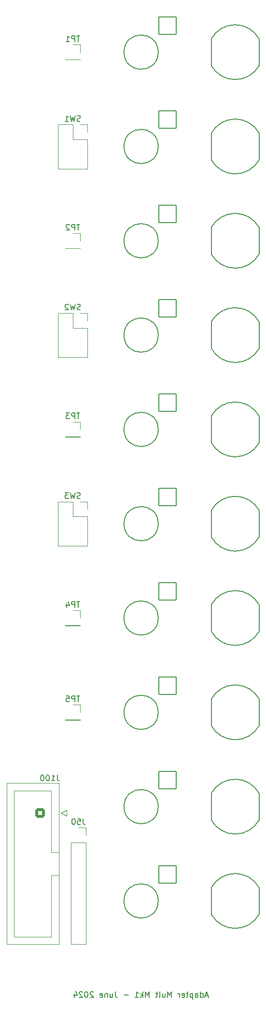
<source format=gbo>
G04 #@! TF.GenerationSoftware,KiCad,Pcbnew,8.0.3*
G04 #@! TF.CreationDate,2024-06-29T16:07:53+02:00*
G04 #@! TF.ProjectId,DMH_Adapter_Mult_PCB,444d485f-4164-4617-9074-65725f4d756c,1*
G04 #@! TF.SameCoordinates,Original*
G04 #@! TF.FileFunction,Legend,Bot*
G04 #@! TF.FilePolarity,Positive*
%FSLAX46Y46*%
G04 Gerber Fmt 4.6, Leading zero omitted, Abs format (unit mm)*
G04 Created by KiCad (PCBNEW 8.0.3) date 2024-06-29 16:07:53*
%MOMM*%
%LPD*%
G01*
G04 APERTURE LIST*
G04 Aperture macros list*
%AMRoundRect*
0 Rectangle with rounded corners*
0 $1 Rounding radius*
0 $2 $3 $4 $5 $6 $7 $8 $9 X,Y pos of 4 corners*
0 Add a 4 corners polygon primitive as box body*
4,1,4,$2,$3,$4,$5,$6,$7,$8,$9,$2,$3,0*
0 Add four circle primitives for the rounded corners*
1,1,$1+$1,$2,$3*
1,1,$1+$1,$4,$5*
1,1,$1+$1,$6,$7*
1,1,$1+$1,$8,$9*
0 Add four rect primitives between the rounded corners*
20,1,$1+$1,$2,$3,$4,$5,0*
20,1,$1+$1,$4,$5,$6,$7,0*
20,1,$1+$1,$6,$7,$8,$9,0*
20,1,$1+$1,$8,$9,$2,$3,0*%
%AMHorizOval*
0 Thick line with rounded ends*
0 $1 width*
0 $2 $3 position (X,Y) of the first rounded end (center of the circle)*
0 $4 $5 position (X,Y) of the second rounded end (center of the circle)*
0 Add line between two ends*
20,1,$1,$2,$3,$4,$5,0*
0 Add two circle primitives to create the rounded ends*
1,1,$1,$2,$3*
1,1,$1,$4,$5*%
G04 Aperture macros list end*
%ADD10C,0.150000*%
%ADD11C,0.120000*%
%ADD12RoundRect,0.102000X1.500000X-1.500000X1.500000X1.500000X-1.500000X1.500000X-1.500000X-1.500000X0*%
%ADD13C,3.204000*%
%ADD14C,2.304000*%
%ADD15HorizOval,1.712000X-0.533159X0.533159X0.533159X-0.533159X0*%
%ADD16O,3.220000X1.712000*%
%ADD17O,1.712000X3.220000*%
%ADD18R,1.700000X1.700000*%
%ADD19O,1.700000X1.700000*%
%ADD20RoundRect,0.250000X0.600000X0.600000X-0.600000X0.600000X-0.600000X-0.600000X0.600000X-0.600000X0*%
%ADD21C,1.700000*%
G04 APERTURE END LIST*
D10*
X84260715Y-218069104D02*
X83784525Y-218069104D01*
X84355953Y-218354819D02*
X84022620Y-217354819D01*
X84022620Y-217354819D02*
X83689287Y-218354819D01*
X82927382Y-218354819D02*
X82927382Y-217354819D01*
X82927382Y-218307200D02*
X83022620Y-218354819D01*
X83022620Y-218354819D02*
X83213096Y-218354819D01*
X83213096Y-218354819D02*
X83308334Y-218307200D01*
X83308334Y-218307200D02*
X83355953Y-218259580D01*
X83355953Y-218259580D02*
X83403572Y-218164342D01*
X83403572Y-218164342D02*
X83403572Y-217878628D01*
X83403572Y-217878628D02*
X83355953Y-217783390D01*
X83355953Y-217783390D02*
X83308334Y-217735771D01*
X83308334Y-217735771D02*
X83213096Y-217688152D01*
X83213096Y-217688152D02*
X83022620Y-217688152D01*
X83022620Y-217688152D02*
X82927382Y-217735771D01*
X82022620Y-218354819D02*
X82022620Y-217831009D01*
X82022620Y-217831009D02*
X82070239Y-217735771D01*
X82070239Y-217735771D02*
X82165477Y-217688152D01*
X82165477Y-217688152D02*
X82355953Y-217688152D01*
X82355953Y-217688152D02*
X82451191Y-217735771D01*
X82022620Y-218307200D02*
X82117858Y-218354819D01*
X82117858Y-218354819D02*
X82355953Y-218354819D01*
X82355953Y-218354819D02*
X82451191Y-218307200D01*
X82451191Y-218307200D02*
X82498810Y-218211961D01*
X82498810Y-218211961D02*
X82498810Y-218116723D01*
X82498810Y-218116723D02*
X82451191Y-218021485D01*
X82451191Y-218021485D02*
X82355953Y-217973866D01*
X82355953Y-217973866D02*
X82117858Y-217973866D01*
X82117858Y-217973866D02*
X82022620Y-217926247D01*
X81546429Y-217688152D02*
X81546429Y-218688152D01*
X81546429Y-217735771D02*
X81451191Y-217688152D01*
X81451191Y-217688152D02*
X81260715Y-217688152D01*
X81260715Y-217688152D02*
X81165477Y-217735771D01*
X81165477Y-217735771D02*
X81117858Y-217783390D01*
X81117858Y-217783390D02*
X81070239Y-217878628D01*
X81070239Y-217878628D02*
X81070239Y-218164342D01*
X81070239Y-218164342D02*
X81117858Y-218259580D01*
X81117858Y-218259580D02*
X81165477Y-218307200D01*
X81165477Y-218307200D02*
X81260715Y-218354819D01*
X81260715Y-218354819D02*
X81451191Y-218354819D01*
X81451191Y-218354819D02*
X81546429Y-218307200D01*
X80784524Y-217688152D02*
X80403572Y-217688152D01*
X80641667Y-217354819D02*
X80641667Y-218211961D01*
X80641667Y-218211961D02*
X80594048Y-218307200D01*
X80594048Y-218307200D02*
X80498810Y-218354819D01*
X80498810Y-218354819D02*
X80403572Y-218354819D01*
X79689286Y-218307200D02*
X79784524Y-218354819D01*
X79784524Y-218354819D02*
X79975000Y-218354819D01*
X79975000Y-218354819D02*
X80070238Y-218307200D01*
X80070238Y-218307200D02*
X80117857Y-218211961D01*
X80117857Y-218211961D02*
X80117857Y-217831009D01*
X80117857Y-217831009D02*
X80070238Y-217735771D01*
X80070238Y-217735771D02*
X79975000Y-217688152D01*
X79975000Y-217688152D02*
X79784524Y-217688152D01*
X79784524Y-217688152D02*
X79689286Y-217735771D01*
X79689286Y-217735771D02*
X79641667Y-217831009D01*
X79641667Y-217831009D02*
X79641667Y-217926247D01*
X79641667Y-217926247D02*
X80117857Y-218021485D01*
X79213095Y-218354819D02*
X79213095Y-217688152D01*
X79213095Y-217878628D02*
X79165476Y-217783390D01*
X79165476Y-217783390D02*
X79117857Y-217735771D01*
X79117857Y-217735771D02*
X79022619Y-217688152D01*
X79022619Y-217688152D02*
X78927381Y-217688152D01*
X77832142Y-218354819D02*
X77832142Y-217354819D01*
X77832142Y-217354819D02*
X77498809Y-218069104D01*
X77498809Y-218069104D02*
X77165476Y-217354819D01*
X77165476Y-217354819D02*
X77165476Y-218354819D01*
X76260714Y-217688152D02*
X76260714Y-218354819D01*
X76689285Y-217688152D02*
X76689285Y-218211961D01*
X76689285Y-218211961D02*
X76641666Y-218307200D01*
X76641666Y-218307200D02*
X76546428Y-218354819D01*
X76546428Y-218354819D02*
X76403571Y-218354819D01*
X76403571Y-218354819D02*
X76308333Y-218307200D01*
X76308333Y-218307200D02*
X76260714Y-218259580D01*
X75641666Y-218354819D02*
X75736904Y-218307200D01*
X75736904Y-218307200D02*
X75784523Y-218211961D01*
X75784523Y-218211961D02*
X75784523Y-217354819D01*
X75403570Y-217688152D02*
X75022618Y-217688152D01*
X75260713Y-217354819D02*
X75260713Y-218211961D01*
X75260713Y-218211961D02*
X75213094Y-218307200D01*
X75213094Y-218307200D02*
X75117856Y-218354819D01*
X75117856Y-218354819D02*
X75022618Y-218354819D01*
X73927379Y-218354819D02*
X73927379Y-217354819D01*
X73927379Y-217354819D02*
X73594046Y-218069104D01*
X73594046Y-218069104D02*
X73260713Y-217354819D01*
X73260713Y-217354819D02*
X73260713Y-218354819D01*
X72784522Y-218354819D02*
X72784522Y-217354819D01*
X72689284Y-217973866D02*
X72403570Y-218354819D01*
X72403570Y-217688152D02*
X72784522Y-218069104D01*
X71451189Y-218354819D02*
X72022617Y-218354819D01*
X71736903Y-218354819D02*
X71736903Y-217354819D01*
X71736903Y-217354819D02*
X71832141Y-217497676D01*
X71832141Y-217497676D02*
X71927379Y-217592914D01*
X71927379Y-217592914D02*
X72022617Y-217640533D01*
X70260712Y-217973866D02*
X69498808Y-217973866D01*
X67974998Y-217354819D02*
X67974998Y-218069104D01*
X67974998Y-218069104D02*
X68022617Y-218211961D01*
X68022617Y-218211961D02*
X68117855Y-218307200D01*
X68117855Y-218307200D02*
X68260712Y-218354819D01*
X68260712Y-218354819D02*
X68355950Y-218354819D01*
X67070236Y-217688152D02*
X67070236Y-218354819D01*
X67498807Y-217688152D02*
X67498807Y-218211961D01*
X67498807Y-218211961D02*
X67451188Y-218307200D01*
X67451188Y-218307200D02*
X67355950Y-218354819D01*
X67355950Y-218354819D02*
X67213093Y-218354819D01*
X67213093Y-218354819D02*
X67117855Y-218307200D01*
X67117855Y-218307200D02*
X67070236Y-218259580D01*
X66594045Y-217688152D02*
X66594045Y-218354819D01*
X66594045Y-217783390D02*
X66546426Y-217735771D01*
X66546426Y-217735771D02*
X66451188Y-217688152D01*
X66451188Y-217688152D02*
X66308331Y-217688152D01*
X66308331Y-217688152D02*
X66213093Y-217735771D01*
X66213093Y-217735771D02*
X66165474Y-217831009D01*
X66165474Y-217831009D02*
X66165474Y-218354819D01*
X65308331Y-218307200D02*
X65403569Y-218354819D01*
X65403569Y-218354819D02*
X65594045Y-218354819D01*
X65594045Y-218354819D02*
X65689283Y-218307200D01*
X65689283Y-218307200D02*
X65736902Y-218211961D01*
X65736902Y-218211961D02*
X65736902Y-217831009D01*
X65736902Y-217831009D02*
X65689283Y-217735771D01*
X65689283Y-217735771D02*
X65594045Y-217688152D01*
X65594045Y-217688152D02*
X65403569Y-217688152D01*
X65403569Y-217688152D02*
X65308331Y-217735771D01*
X65308331Y-217735771D02*
X65260712Y-217831009D01*
X65260712Y-217831009D02*
X65260712Y-217926247D01*
X65260712Y-217926247D02*
X65736902Y-218021485D01*
X64117854Y-217450057D02*
X64070235Y-217402438D01*
X64070235Y-217402438D02*
X63974997Y-217354819D01*
X63974997Y-217354819D02*
X63736902Y-217354819D01*
X63736902Y-217354819D02*
X63641664Y-217402438D01*
X63641664Y-217402438D02*
X63594045Y-217450057D01*
X63594045Y-217450057D02*
X63546426Y-217545295D01*
X63546426Y-217545295D02*
X63546426Y-217640533D01*
X63546426Y-217640533D02*
X63594045Y-217783390D01*
X63594045Y-217783390D02*
X64165473Y-218354819D01*
X64165473Y-218354819D02*
X63546426Y-218354819D01*
X62927378Y-217354819D02*
X62832140Y-217354819D01*
X62832140Y-217354819D02*
X62736902Y-217402438D01*
X62736902Y-217402438D02*
X62689283Y-217450057D01*
X62689283Y-217450057D02*
X62641664Y-217545295D01*
X62641664Y-217545295D02*
X62594045Y-217735771D01*
X62594045Y-217735771D02*
X62594045Y-217973866D01*
X62594045Y-217973866D02*
X62641664Y-218164342D01*
X62641664Y-218164342D02*
X62689283Y-218259580D01*
X62689283Y-218259580D02*
X62736902Y-218307200D01*
X62736902Y-218307200D02*
X62832140Y-218354819D01*
X62832140Y-218354819D02*
X62927378Y-218354819D01*
X62927378Y-218354819D02*
X63022616Y-218307200D01*
X63022616Y-218307200D02*
X63070235Y-218259580D01*
X63070235Y-218259580D02*
X63117854Y-218164342D01*
X63117854Y-218164342D02*
X63165473Y-217973866D01*
X63165473Y-217973866D02*
X63165473Y-217735771D01*
X63165473Y-217735771D02*
X63117854Y-217545295D01*
X63117854Y-217545295D02*
X63070235Y-217450057D01*
X63070235Y-217450057D02*
X63022616Y-217402438D01*
X63022616Y-217402438D02*
X62927378Y-217354819D01*
X62213092Y-217450057D02*
X62165473Y-217402438D01*
X62165473Y-217402438D02*
X62070235Y-217354819D01*
X62070235Y-217354819D02*
X61832140Y-217354819D01*
X61832140Y-217354819D02*
X61736902Y-217402438D01*
X61736902Y-217402438D02*
X61689283Y-217450057D01*
X61689283Y-217450057D02*
X61641664Y-217545295D01*
X61641664Y-217545295D02*
X61641664Y-217640533D01*
X61641664Y-217640533D02*
X61689283Y-217783390D01*
X61689283Y-217783390D02*
X62260711Y-218354819D01*
X62260711Y-218354819D02*
X61641664Y-218354819D01*
X60784521Y-217688152D02*
X60784521Y-218354819D01*
X61022616Y-217307200D02*
X61260711Y-218021485D01*
X61260711Y-218021485D02*
X60641664Y-218021485D01*
X61761904Y-83124819D02*
X61190476Y-83124819D01*
X61476190Y-84124819D02*
X61476190Y-83124819D01*
X60857142Y-84124819D02*
X60857142Y-83124819D01*
X60857142Y-83124819D02*
X60476190Y-83124819D01*
X60476190Y-83124819D02*
X60380952Y-83172438D01*
X60380952Y-83172438D02*
X60333333Y-83220057D01*
X60333333Y-83220057D02*
X60285714Y-83315295D01*
X60285714Y-83315295D02*
X60285714Y-83458152D01*
X60285714Y-83458152D02*
X60333333Y-83553390D01*
X60333333Y-83553390D02*
X60380952Y-83601009D01*
X60380952Y-83601009D02*
X60476190Y-83648628D01*
X60476190Y-83648628D02*
X60857142Y-83648628D01*
X59904761Y-83220057D02*
X59857142Y-83172438D01*
X59857142Y-83172438D02*
X59761904Y-83124819D01*
X59761904Y-83124819D02*
X59523809Y-83124819D01*
X59523809Y-83124819D02*
X59428571Y-83172438D01*
X59428571Y-83172438D02*
X59380952Y-83220057D01*
X59380952Y-83220057D02*
X59333333Y-83315295D01*
X59333333Y-83315295D02*
X59333333Y-83410533D01*
X59333333Y-83410533D02*
X59380952Y-83553390D01*
X59380952Y-83553390D02*
X59952380Y-84124819D01*
X59952380Y-84124819D02*
X59333333Y-84124819D01*
X62309523Y-187104819D02*
X62309523Y-187819104D01*
X62309523Y-187819104D02*
X62357142Y-187961961D01*
X62357142Y-187961961D02*
X62452380Y-188057200D01*
X62452380Y-188057200D02*
X62595237Y-188104819D01*
X62595237Y-188104819D02*
X62690475Y-188104819D01*
X61357142Y-187104819D02*
X61833332Y-187104819D01*
X61833332Y-187104819D02*
X61880951Y-187581009D01*
X61880951Y-187581009D02*
X61833332Y-187533390D01*
X61833332Y-187533390D02*
X61738094Y-187485771D01*
X61738094Y-187485771D02*
X61499999Y-187485771D01*
X61499999Y-187485771D02*
X61404761Y-187533390D01*
X61404761Y-187533390D02*
X61357142Y-187581009D01*
X61357142Y-187581009D02*
X61309523Y-187676247D01*
X61309523Y-187676247D02*
X61309523Y-187914342D01*
X61309523Y-187914342D02*
X61357142Y-188009580D01*
X61357142Y-188009580D02*
X61404761Y-188057200D01*
X61404761Y-188057200D02*
X61499999Y-188104819D01*
X61499999Y-188104819D02*
X61738094Y-188104819D01*
X61738094Y-188104819D02*
X61833332Y-188057200D01*
X61833332Y-188057200D02*
X61880951Y-188009580D01*
X60690475Y-187104819D02*
X60595237Y-187104819D01*
X60595237Y-187104819D02*
X60499999Y-187152438D01*
X60499999Y-187152438D02*
X60452380Y-187200057D01*
X60452380Y-187200057D02*
X60404761Y-187295295D01*
X60404761Y-187295295D02*
X60357142Y-187485771D01*
X60357142Y-187485771D02*
X60357142Y-187723866D01*
X60357142Y-187723866D02*
X60404761Y-187914342D01*
X60404761Y-187914342D02*
X60452380Y-188009580D01*
X60452380Y-188009580D02*
X60499999Y-188057200D01*
X60499999Y-188057200D02*
X60595237Y-188104819D01*
X60595237Y-188104819D02*
X60690475Y-188104819D01*
X60690475Y-188104819D02*
X60785713Y-188057200D01*
X60785713Y-188057200D02*
X60833332Y-188009580D01*
X60833332Y-188009580D02*
X60880951Y-187914342D01*
X60880951Y-187914342D02*
X60928570Y-187723866D01*
X60928570Y-187723866D02*
X60928570Y-187485771D01*
X60928570Y-187485771D02*
X60880951Y-187295295D01*
X60880951Y-187295295D02*
X60833332Y-187200057D01*
X60833332Y-187200057D02*
X60785713Y-187152438D01*
X60785713Y-187152438D02*
X60690475Y-187104819D01*
X61838332Y-65052200D02*
X61695475Y-65099819D01*
X61695475Y-65099819D02*
X61457380Y-65099819D01*
X61457380Y-65099819D02*
X61362142Y-65052200D01*
X61362142Y-65052200D02*
X61314523Y-65004580D01*
X61314523Y-65004580D02*
X61266904Y-64909342D01*
X61266904Y-64909342D02*
X61266904Y-64814104D01*
X61266904Y-64814104D02*
X61314523Y-64718866D01*
X61314523Y-64718866D02*
X61362142Y-64671247D01*
X61362142Y-64671247D02*
X61457380Y-64623628D01*
X61457380Y-64623628D02*
X61647856Y-64576009D01*
X61647856Y-64576009D02*
X61743094Y-64528390D01*
X61743094Y-64528390D02*
X61790713Y-64480771D01*
X61790713Y-64480771D02*
X61838332Y-64385533D01*
X61838332Y-64385533D02*
X61838332Y-64290295D01*
X61838332Y-64290295D02*
X61790713Y-64195057D01*
X61790713Y-64195057D02*
X61743094Y-64147438D01*
X61743094Y-64147438D02*
X61647856Y-64099819D01*
X61647856Y-64099819D02*
X61409761Y-64099819D01*
X61409761Y-64099819D02*
X61266904Y-64147438D01*
X60933570Y-64099819D02*
X60695475Y-65099819D01*
X60695475Y-65099819D02*
X60504999Y-64385533D01*
X60504999Y-64385533D02*
X60314523Y-65099819D01*
X60314523Y-65099819D02*
X60076428Y-64099819D01*
X59171666Y-65099819D02*
X59743094Y-65099819D01*
X59457380Y-65099819D02*
X59457380Y-64099819D01*
X59457380Y-64099819D02*
X59552618Y-64242676D01*
X59552618Y-64242676D02*
X59647856Y-64337914D01*
X59647856Y-64337914D02*
X59743094Y-64385533D01*
X61761904Y-50124819D02*
X61190476Y-50124819D01*
X61476190Y-51124819D02*
X61476190Y-50124819D01*
X60857142Y-51124819D02*
X60857142Y-50124819D01*
X60857142Y-50124819D02*
X60476190Y-50124819D01*
X60476190Y-50124819D02*
X60380952Y-50172438D01*
X60380952Y-50172438D02*
X60333333Y-50220057D01*
X60333333Y-50220057D02*
X60285714Y-50315295D01*
X60285714Y-50315295D02*
X60285714Y-50458152D01*
X60285714Y-50458152D02*
X60333333Y-50553390D01*
X60333333Y-50553390D02*
X60380952Y-50601009D01*
X60380952Y-50601009D02*
X60476190Y-50648628D01*
X60476190Y-50648628D02*
X60857142Y-50648628D01*
X59333333Y-51124819D02*
X59904761Y-51124819D01*
X59619047Y-51124819D02*
X59619047Y-50124819D01*
X59619047Y-50124819D02*
X59714285Y-50267676D01*
X59714285Y-50267676D02*
X59809523Y-50362914D01*
X59809523Y-50362914D02*
X59904761Y-50410533D01*
X61761904Y-165624819D02*
X61190476Y-165624819D01*
X61476190Y-166624819D02*
X61476190Y-165624819D01*
X60857142Y-166624819D02*
X60857142Y-165624819D01*
X60857142Y-165624819D02*
X60476190Y-165624819D01*
X60476190Y-165624819D02*
X60380952Y-165672438D01*
X60380952Y-165672438D02*
X60333333Y-165720057D01*
X60333333Y-165720057D02*
X60285714Y-165815295D01*
X60285714Y-165815295D02*
X60285714Y-165958152D01*
X60285714Y-165958152D02*
X60333333Y-166053390D01*
X60333333Y-166053390D02*
X60380952Y-166101009D01*
X60380952Y-166101009D02*
X60476190Y-166148628D01*
X60476190Y-166148628D02*
X60857142Y-166148628D01*
X59380952Y-165624819D02*
X59857142Y-165624819D01*
X59857142Y-165624819D02*
X59904761Y-166101009D01*
X59904761Y-166101009D02*
X59857142Y-166053390D01*
X59857142Y-166053390D02*
X59761904Y-166005771D01*
X59761904Y-166005771D02*
X59523809Y-166005771D01*
X59523809Y-166005771D02*
X59428571Y-166053390D01*
X59428571Y-166053390D02*
X59380952Y-166101009D01*
X59380952Y-166101009D02*
X59333333Y-166196247D01*
X59333333Y-166196247D02*
X59333333Y-166434342D01*
X59333333Y-166434342D02*
X59380952Y-166529580D01*
X59380952Y-166529580D02*
X59428571Y-166577200D01*
X59428571Y-166577200D02*
X59523809Y-166624819D01*
X59523809Y-166624819D02*
X59761904Y-166624819D01*
X59761904Y-166624819D02*
X59857142Y-166577200D01*
X59857142Y-166577200D02*
X59904761Y-166529580D01*
X61761904Y-149124819D02*
X61190476Y-149124819D01*
X61476190Y-150124819D02*
X61476190Y-149124819D01*
X60857142Y-150124819D02*
X60857142Y-149124819D01*
X60857142Y-149124819D02*
X60476190Y-149124819D01*
X60476190Y-149124819D02*
X60380952Y-149172438D01*
X60380952Y-149172438D02*
X60333333Y-149220057D01*
X60333333Y-149220057D02*
X60285714Y-149315295D01*
X60285714Y-149315295D02*
X60285714Y-149458152D01*
X60285714Y-149458152D02*
X60333333Y-149553390D01*
X60333333Y-149553390D02*
X60380952Y-149601009D01*
X60380952Y-149601009D02*
X60476190Y-149648628D01*
X60476190Y-149648628D02*
X60857142Y-149648628D01*
X59428571Y-149458152D02*
X59428571Y-150124819D01*
X59666666Y-149077200D02*
X59904761Y-149791485D01*
X59904761Y-149791485D02*
X59285714Y-149791485D01*
X57785714Y-179454819D02*
X57785714Y-180169104D01*
X57785714Y-180169104D02*
X57833333Y-180311961D01*
X57833333Y-180311961D02*
X57928571Y-180407200D01*
X57928571Y-180407200D02*
X58071428Y-180454819D01*
X58071428Y-180454819D02*
X58166666Y-180454819D01*
X56785714Y-180454819D02*
X57357142Y-180454819D01*
X57071428Y-180454819D02*
X57071428Y-179454819D01*
X57071428Y-179454819D02*
X57166666Y-179597676D01*
X57166666Y-179597676D02*
X57261904Y-179692914D01*
X57261904Y-179692914D02*
X57357142Y-179740533D01*
X56166666Y-179454819D02*
X56071428Y-179454819D01*
X56071428Y-179454819D02*
X55976190Y-179502438D01*
X55976190Y-179502438D02*
X55928571Y-179550057D01*
X55928571Y-179550057D02*
X55880952Y-179645295D01*
X55880952Y-179645295D02*
X55833333Y-179835771D01*
X55833333Y-179835771D02*
X55833333Y-180073866D01*
X55833333Y-180073866D02*
X55880952Y-180264342D01*
X55880952Y-180264342D02*
X55928571Y-180359580D01*
X55928571Y-180359580D02*
X55976190Y-180407200D01*
X55976190Y-180407200D02*
X56071428Y-180454819D01*
X56071428Y-180454819D02*
X56166666Y-180454819D01*
X56166666Y-180454819D02*
X56261904Y-180407200D01*
X56261904Y-180407200D02*
X56309523Y-180359580D01*
X56309523Y-180359580D02*
X56357142Y-180264342D01*
X56357142Y-180264342D02*
X56404761Y-180073866D01*
X56404761Y-180073866D02*
X56404761Y-179835771D01*
X56404761Y-179835771D02*
X56357142Y-179645295D01*
X56357142Y-179645295D02*
X56309523Y-179550057D01*
X56309523Y-179550057D02*
X56261904Y-179502438D01*
X56261904Y-179502438D02*
X56166666Y-179454819D01*
X55214285Y-179454819D02*
X55119047Y-179454819D01*
X55119047Y-179454819D02*
X55023809Y-179502438D01*
X55023809Y-179502438D02*
X54976190Y-179550057D01*
X54976190Y-179550057D02*
X54928571Y-179645295D01*
X54928571Y-179645295D02*
X54880952Y-179835771D01*
X54880952Y-179835771D02*
X54880952Y-180073866D01*
X54880952Y-180073866D02*
X54928571Y-180264342D01*
X54928571Y-180264342D02*
X54976190Y-180359580D01*
X54976190Y-180359580D02*
X55023809Y-180407200D01*
X55023809Y-180407200D02*
X55119047Y-180454819D01*
X55119047Y-180454819D02*
X55214285Y-180454819D01*
X55214285Y-180454819D02*
X55309523Y-180407200D01*
X55309523Y-180407200D02*
X55357142Y-180359580D01*
X55357142Y-180359580D02*
X55404761Y-180264342D01*
X55404761Y-180264342D02*
X55452380Y-180073866D01*
X55452380Y-180073866D02*
X55452380Y-179835771D01*
X55452380Y-179835771D02*
X55404761Y-179645295D01*
X55404761Y-179645295D02*
X55357142Y-179550057D01*
X55357142Y-179550057D02*
X55309523Y-179502438D01*
X55309523Y-179502438D02*
X55214285Y-179454819D01*
X61838332Y-131052200D02*
X61695475Y-131099819D01*
X61695475Y-131099819D02*
X61457380Y-131099819D01*
X61457380Y-131099819D02*
X61362142Y-131052200D01*
X61362142Y-131052200D02*
X61314523Y-131004580D01*
X61314523Y-131004580D02*
X61266904Y-130909342D01*
X61266904Y-130909342D02*
X61266904Y-130814104D01*
X61266904Y-130814104D02*
X61314523Y-130718866D01*
X61314523Y-130718866D02*
X61362142Y-130671247D01*
X61362142Y-130671247D02*
X61457380Y-130623628D01*
X61457380Y-130623628D02*
X61647856Y-130576009D01*
X61647856Y-130576009D02*
X61743094Y-130528390D01*
X61743094Y-130528390D02*
X61790713Y-130480771D01*
X61790713Y-130480771D02*
X61838332Y-130385533D01*
X61838332Y-130385533D02*
X61838332Y-130290295D01*
X61838332Y-130290295D02*
X61790713Y-130195057D01*
X61790713Y-130195057D02*
X61743094Y-130147438D01*
X61743094Y-130147438D02*
X61647856Y-130099819D01*
X61647856Y-130099819D02*
X61409761Y-130099819D01*
X61409761Y-130099819D02*
X61266904Y-130147438D01*
X60933570Y-130099819D02*
X60695475Y-131099819D01*
X60695475Y-131099819D02*
X60504999Y-130385533D01*
X60504999Y-130385533D02*
X60314523Y-131099819D01*
X60314523Y-131099819D02*
X60076428Y-130099819D01*
X59790713Y-130099819D02*
X59171666Y-130099819D01*
X59171666Y-130099819D02*
X59504999Y-130480771D01*
X59504999Y-130480771D02*
X59362142Y-130480771D01*
X59362142Y-130480771D02*
X59266904Y-130528390D01*
X59266904Y-130528390D02*
X59219285Y-130576009D01*
X59219285Y-130576009D02*
X59171666Y-130671247D01*
X59171666Y-130671247D02*
X59171666Y-130909342D01*
X59171666Y-130909342D02*
X59219285Y-131004580D01*
X59219285Y-131004580D02*
X59266904Y-131052200D01*
X59266904Y-131052200D02*
X59362142Y-131099819D01*
X59362142Y-131099819D02*
X59647856Y-131099819D01*
X59647856Y-131099819D02*
X59743094Y-131052200D01*
X59743094Y-131052200D02*
X59790713Y-131004580D01*
X61761904Y-116124819D02*
X61190476Y-116124819D01*
X61476190Y-117124819D02*
X61476190Y-116124819D01*
X60857142Y-117124819D02*
X60857142Y-116124819D01*
X60857142Y-116124819D02*
X60476190Y-116124819D01*
X60476190Y-116124819D02*
X60380952Y-116172438D01*
X60380952Y-116172438D02*
X60333333Y-116220057D01*
X60333333Y-116220057D02*
X60285714Y-116315295D01*
X60285714Y-116315295D02*
X60285714Y-116458152D01*
X60285714Y-116458152D02*
X60333333Y-116553390D01*
X60333333Y-116553390D02*
X60380952Y-116601009D01*
X60380952Y-116601009D02*
X60476190Y-116648628D01*
X60476190Y-116648628D02*
X60857142Y-116648628D01*
X59952380Y-116124819D02*
X59333333Y-116124819D01*
X59333333Y-116124819D02*
X59666666Y-116505771D01*
X59666666Y-116505771D02*
X59523809Y-116505771D01*
X59523809Y-116505771D02*
X59428571Y-116553390D01*
X59428571Y-116553390D02*
X59380952Y-116601009D01*
X59380952Y-116601009D02*
X59333333Y-116696247D01*
X59333333Y-116696247D02*
X59333333Y-116934342D01*
X59333333Y-116934342D02*
X59380952Y-117029580D01*
X59380952Y-117029580D02*
X59428571Y-117077200D01*
X59428571Y-117077200D02*
X59523809Y-117124819D01*
X59523809Y-117124819D02*
X59809523Y-117124819D01*
X59809523Y-117124819D02*
X59904761Y-117077200D01*
X59904761Y-117077200D02*
X59952380Y-117029580D01*
X61838332Y-98052200D02*
X61695475Y-98099819D01*
X61695475Y-98099819D02*
X61457380Y-98099819D01*
X61457380Y-98099819D02*
X61362142Y-98052200D01*
X61362142Y-98052200D02*
X61314523Y-98004580D01*
X61314523Y-98004580D02*
X61266904Y-97909342D01*
X61266904Y-97909342D02*
X61266904Y-97814104D01*
X61266904Y-97814104D02*
X61314523Y-97718866D01*
X61314523Y-97718866D02*
X61362142Y-97671247D01*
X61362142Y-97671247D02*
X61457380Y-97623628D01*
X61457380Y-97623628D02*
X61647856Y-97576009D01*
X61647856Y-97576009D02*
X61743094Y-97528390D01*
X61743094Y-97528390D02*
X61790713Y-97480771D01*
X61790713Y-97480771D02*
X61838332Y-97385533D01*
X61838332Y-97385533D02*
X61838332Y-97290295D01*
X61838332Y-97290295D02*
X61790713Y-97195057D01*
X61790713Y-97195057D02*
X61743094Y-97147438D01*
X61743094Y-97147438D02*
X61647856Y-97099819D01*
X61647856Y-97099819D02*
X61409761Y-97099819D01*
X61409761Y-97099819D02*
X61266904Y-97147438D01*
X60933570Y-97099819D02*
X60695475Y-98099819D01*
X60695475Y-98099819D02*
X60504999Y-97385533D01*
X60504999Y-97385533D02*
X60314523Y-98099819D01*
X60314523Y-98099819D02*
X60076428Y-97099819D01*
X59743094Y-97195057D02*
X59695475Y-97147438D01*
X59695475Y-97147438D02*
X59600237Y-97099819D01*
X59600237Y-97099819D02*
X59362142Y-97099819D01*
X59362142Y-97099819D02*
X59266904Y-97147438D01*
X59266904Y-97147438D02*
X59219285Y-97195057D01*
X59219285Y-97195057D02*
X59171666Y-97290295D01*
X59171666Y-97290295D02*
X59171666Y-97385533D01*
X59171666Y-97385533D02*
X59219285Y-97528390D01*
X59219285Y-97528390D02*
X59790713Y-98099819D01*
X59790713Y-98099819D02*
X59171666Y-98099819D01*
X75500000Y-53000000D02*
G75*
G02*
X69500000Y-53000000I-3000000J0D01*
G01*
X69500000Y-53000000D02*
G75*
G02*
X75500000Y-53000000I3000000J0D01*
G01*
X75500000Y-86000000D02*
G75*
G02*
X69500000Y-86000000I-3000000J0D01*
G01*
X69500000Y-86000000D02*
G75*
G02*
X75500000Y-86000000I3000000J0D01*
G01*
X75500000Y-168500000D02*
G75*
G02*
X69500000Y-168500000I-3000000J0D01*
G01*
X69500000Y-168500000D02*
G75*
G02*
X75500000Y-168500000I3000000J0D01*
G01*
X75500000Y-119000000D02*
G75*
G02*
X69500000Y-119000000I-3000000J0D01*
G01*
X69500000Y-119000000D02*
G75*
G02*
X75500000Y-119000000I3000000J0D01*
G01*
X75500000Y-201500000D02*
G75*
G02*
X69500000Y-201500000I-3000000J0D01*
G01*
X69500000Y-201500000D02*
G75*
G02*
X75500000Y-201500000I3000000J0D01*
G01*
X75500000Y-102500000D02*
G75*
G02*
X69500000Y-102500000I-3000000J0D01*
G01*
X69500000Y-102500000D02*
G75*
G02*
X75500000Y-102500000I3000000J0D01*
G01*
X75500000Y-185000000D02*
G75*
G02*
X69500000Y-185000000I-3000000J0D01*
G01*
X69500000Y-185000000D02*
G75*
G02*
X75500000Y-185000000I3000000J0D01*
G01*
X75500000Y-152000000D02*
G75*
G02*
X69500000Y-152000000I-3000000J0D01*
G01*
X69500000Y-152000000D02*
G75*
G02*
X75500000Y-152000000I3000000J0D01*
G01*
X75500000Y-135500000D02*
G75*
G02*
X69500000Y-135500000I-3000000J0D01*
G01*
X69500000Y-135500000D02*
G75*
G02*
X75500000Y-135500000I3000000J0D01*
G01*
X75500000Y-69500000D02*
G75*
G02*
X69500000Y-69500000I-3000000J0D01*
G01*
X69500000Y-69500000D02*
G75*
G02*
X75500000Y-69500000I3000000J0D01*
G01*
X84800000Y-53000000D02*
X84800000Y-55350000D01*
X84800000Y-53000000D02*
X84800000Y-50650000D01*
X93200000Y-53000000D02*
X93200000Y-55350000D01*
X93200000Y-53000000D02*
X93200000Y-50650000D01*
X89000000Y-57800000D02*
G75*
G02*
X84811121Y-55343778I0J4800000D01*
G01*
X93188879Y-55343778D02*
G75*
G02*
X89000000Y-57800000I-4188879J2343778D01*
G01*
X84811121Y-50656222D02*
G75*
G02*
X89000000Y-48200000I4188881J-2343781D01*
G01*
X89000000Y-48200000D02*
G75*
G02*
X93188879Y-50656222I-2J-4800003D01*
G01*
X84800000Y-86000000D02*
X84800000Y-88350000D01*
X84800000Y-86000000D02*
X84800000Y-83650000D01*
X93200000Y-86000000D02*
X93200000Y-88350000D01*
X93200000Y-86000000D02*
X93200000Y-83650000D01*
X89000000Y-90800000D02*
G75*
G02*
X84811121Y-88343778I0J4800000D01*
G01*
X93188879Y-88343778D02*
G75*
G02*
X89000000Y-90800000I-4188879J2343778D01*
G01*
X84811121Y-83656222D02*
G75*
G02*
X89000000Y-81200000I4188881J-2343781D01*
G01*
X89000000Y-81200000D02*
G75*
G02*
X93188879Y-83656222I-2J-4800003D01*
G01*
X84800000Y-201500000D02*
X84800000Y-203850000D01*
X84800000Y-201500000D02*
X84800000Y-199150000D01*
X93200000Y-201500000D02*
X93200000Y-203850000D01*
X93200000Y-201500000D02*
X93200000Y-199150000D01*
X89000000Y-206300000D02*
G75*
G02*
X84811121Y-203843778I0J4800000D01*
G01*
X93188879Y-203843778D02*
G75*
G02*
X89000000Y-206300000I-4188879J2343778D01*
G01*
X84811121Y-199156222D02*
G75*
G02*
X89000000Y-196700000I4188881J-2343781D01*
G01*
X89000000Y-196700000D02*
G75*
G02*
X93188879Y-199156222I-2J-4800003D01*
G01*
X84800000Y-102500000D02*
X84800000Y-104850000D01*
X84800000Y-102500000D02*
X84800000Y-100150000D01*
X93200000Y-102500000D02*
X93200000Y-104850000D01*
X93200000Y-102500000D02*
X93200000Y-100150000D01*
X89000000Y-107300000D02*
G75*
G02*
X84811121Y-104843778I0J4800000D01*
G01*
X93188879Y-104843778D02*
G75*
G02*
X89000000Y-107300000I-4188879J2343778D01*
G01*
X84811121Y-100156222D02*
G75*
G02*
X89000000Y-97700000I4188881J-2343781D01*
G01*
X89000000Y-97700000D02*
G75*
G02*
X93188879Y-100156222I-2J-4800003D01*
G01*
X84800000Y-135500000D02*
X84800000Y-137850000D01*
X84800000Y-135500000D02*
X84800000Y-133150000D01*
X93200000Y-135500000D02*
X93200000Y-137850000D01*
X93200000Y-135500000D02*
X93200000Y-133150000D01*
X89000000Y-140300000D02*
G75*
G02*
X84811121Y-137843778I0J4800000D01*
G01*
X93188879Y-137843778D02*
G75*
G02*
X89000000Y-140300000I-4188879J2343778D01*
G01*
X84811121Y-133156222D02*
G75*
G02*
X89000000Y-130700000I4188881J-2343781D01*
G01*
X89000000Y-130700000D02*
G75*
G02*
X93188879Y-133156222I-2J-4800003D01*
G01*
X84800000Y-152000000D02*
X84800000Y-154350000D01*
X84800000Y-152000000D02*
X84800000Y-149650000D01*
X93200000Y-152000000D02*
X93200000Y-154350000D01*
X93200000Y-152000000D02*
X93200000Y-149650000D01*
X89000000Y-156800000D02*
G75*
G02*
X84811121Y-154343778I0J4800000D01*
G01*
X93188879Y-154343778D02*
G75*
G02*
X89000000Y-156800000I-4188879J2343778D01*
G01*
X84811121Y-149656222D02*
G75*
G02*
X89000000Y-147200000I4188881J-2343781D01*
G01*
X89000000Y-147200000D02*
G75*
G02*
X93188879Y-149656222I-2J-4800003D01*
G01*
X84800000Y-119000000D02*
X84800000Y-121350000D01*
X84800000Y-119000000D02*
X84800000Y-116650000D01*
X93200000Y-119000000D02*
X93200000Y-121350000D01*
X93200000Y-119000000D02*
X93200000Y-116650000D01*
X89000000Y-123800000D02*
G75*
G02*
X84811121Y-121343778I0J4800000D01*
G01*
X93188879Y-121343778D02*
G75*
G02*
X89000000Y-123800000I-4188879J2343778D01*
G01*
X84811121Y-116656222D02*
G75*
G02*
X89000000Y-114200000I4188881J-2343781D01*
G01*
X89000000Y-114200000D02*
G75*
G02*
X93188879Y-116656222I-2J-4800003D01*
G01*
X84800000Y-168500000D02*
X84800000Y-170850000D01*
X84800000Y-168500000D02*
X84800000Y-166150000D01*
X93200000Y-168500000D02*
X93200000Y-170850000D01*
X93200000Y-168500000D02*
X93200000Y-166150000D01*
X89000000Y-173300000D02*
G75*
G02*
X84811121Y-170843778I0J4800000D01*
G01*
X93188879Y-170843778D02*
G75*
G02*
X89000000Y-173300000I-4188879J2343778D01*
G01*
X84811121Y-166156222D02*
G75*
G02*
X89000000Y-163700000I4188881J-2343781D01*
G01*
X89000000Y-163700000D02*
G75*
G02*
X93188879Y-166156222I-2J-4800003D01*
G01*
X84800000Y-185000000D02*
X84800000Y-187350000D01*
X84800000Y-185000000D02*
X84800000Y-182650000D01*
X93200000Y-185000000D02*
X93200000Y-187350000D01*
X93200000Y-185000000D02*
X93200000Y-182650000D01*
X89000000Y-189800000D02*
G75*
G02*
X84811121Y-187343778I0J4800000D01*
G01*
X93188879Y-187343778D02*
G75*
G02*
X89000000Y-189800000I-4188879J2343778D01*
G01*
X84811121Y-182656222D02*
G75*
G02*
X89000000Y-180200000I4188881J-2343781D01*
G01*
X89000000Y-180200000D02*
G75*
G02*
X93188879Y-182656222I-2J-4800003D01*
G01*
X84800000Y-69500000D02*
X84800000Y-71850000D01*
X84800000Y-69500000D02*
X84800000Y-67150000D01*
X93200000Y-69500000D02*
X93200000Y-71850000D01*
X93200000Y-69500000D02*
X93200000Y-67150000D01*
X89000000Y-74300000D02*
G75*
G02*
X84811121Y-71843778I0J4800000D01*
G01*
X93188879Y-71843778D02*
G75*
G02*
X89000000Y-74300000I-4188879J2343778D01*
G01*
X84811121Y-67156222D02*
G75*
G02*
X89000000Y-64700000I4188881J-2343781D01*
G01*
X89000000Y-64700000D02*
G75*
G02*
X93188879Y-67156222I-2J-4800003D01*
G01*
D11*
X59170000Y-87270000D02*
X61830000Y-87270000D01*
X59170000Y-87330000D02*
X59170000Y-87270000D01*
X59170000Y-87330000D02*
X61830000Y-87330000D01*
X60500000Y-84670000D02*
X61830000Y-84670000D01*
X61830000Y-84670000D02*
X61830000Y-86000000D01*
X61830000Y-87330000D02*
X61830000Y-87270000D01*
X60170000Y-191250000D02*
X62830000Y-191250000D01*
X60170000Y-209090000D02*
X60170000Y-191250000D01*
X60170000Y-209090000D02*
X62830000Y-209090000D01*
X61500000Y-188650000D02*
X62830000Y-188650000D01*
X62830000Y-188650000D02*
X62830000Y-189980000D01*
X62830000Y-209090000D02*
X62830000Y-191250000D01*
X57905000Y-65645000D02*
X60505000Y-65645000D01*
X57905000Y-73385000D02*
X57905000Y-65645000D01*
X57905000Y-73385000D02*
X63105000Y-73385000D01*
X60505000Y-65645000D02*
X60505000Y-68245000D01*
X60505000Y-68245000D02*
X63105000Y-68245000D01*
X61775000Y-65645000D02*
X63105000Y-65645000D01*
X63105000Y-65645000D02*
X63105000Y-66975000D01*
X63105000Y-73385000D02*
X63105000Y-68245000D01*
X59170000Y-54270000D02*
X61830000Y-54270000D01*
X59170000Y-54330000D02*
X59170000Y-54270000D01*
X59170000Y-54330000D02*
X61830000Y-54330000D01*
X60500000Y-51670000D02*
X61830000Y-51670000D01*
X61830000Y-51670000D02*
X61830000Y-53000000D01*
X61830000Y-54330000D02*
X61830000Y-54270000D01*
X59170000Y-169770000D02*
X61830000Y-169770000D01*
X59170000Y-169830000D02*
X59170000Y-169770000D01*
X59170000Y-169830000D02*
X61830000Y-169830000D01*
X60500000Y-167170000D02*
X61830000Y-167170000D01*
X61830000Y-167170000D02*
X61830000Y-168500000D01*
X61830000Y-169830000D02*
X61830000Y-169770000D01*
X59170000Y-153270000D02*
X61830000Y-153270000D01*
X59170000Y-153330000D02*
X59170000Y-153270000D01*
X59170000Y-153330000D02*
X61830000Y-153330000D01*
X60500000Y-150670000D02*
X61830000Y-150670000D01*
X61830000Y-150670000D02*
X61830000Y-152000000D01*
X61830000Y-153330000D02*
X61830000Y-153270000D01*
X48922500Y-180900000D02*
X58042500Y-180900000D01*
X48922500Y-209100000D02*
X48922500Y-180900000D01*
X50232500Y-182200000D02*
X56732500Y-182200000D01*
X50232500Y-207800000D02*
X50232500Y-182200000D01*
X56732500Y-182200000D02*
X56732500Y-192950000D01*
X56732500Y-192950000D02*
X58042500Y-192950000D01*
X56732500Y-197050000D02*
X56732500Y-197050000D01*
X56732500Y-197050000D02*
X56732500Y-207800000D01*
X56732500Y-207800000D02*
X50232500Y-207800000D01*
X58042500Y-180900000D02*
X58042500Y-209100000D01*
X58042500Y-197050000D02*
X56732500Y-197050000D01*
X58042500Y-209100000D02*
X48922500Y-209100000D01*
X58432500Y-186110000D02*
X59432500Y-186610000D01*
X59432500Y-185610000D02*
X58432500Y-186110000D01*
X59432500Y-186610000D02*
X59432500Y-185610000D01*
X57905000Y-131645000D02*
X60505000Y-131645000D01*
X57905000Y-139385000D02*
X57905000Y-131645000D01*
X57905000Y-139385000D02*
X63105000Y-139385000D01*
X60505000Y-131645000D02*
X60505000Y-134245000D01*
X60505000Y-134245000D02*
X63105000Y-134245000D01*
X61775000Y-131645000D02*
X63105000Y-131645000D01*
X63105000Y-131645000D02*
X63105000Y-132975000D01*
X63105000Y-139385000D02*
X63105000Y-134245000D01*
X59170000Y-120270000D02*
X61830000Y-120270000D01*
X59170000Y-120330000D02*
X59170000Y-120270000D01*
X59170000Y-120330000D02*
X61830000Y-120330000D01*
X60500000Y-117670000D02*
X61830000Y-117670000D01*
X61830000Y-117670000D02*
X61830000Y-119000000D01*
X61830000Y-120330000D02*
X61830000Y-120270000D01*
X57905000Y-98645000D02*
X60505000Y-98645000D01*
X57905000Y-106385000D02*
X57905000Y-98645000D01*
X57905000Y-106385000D02*
X63105000Y-106385000D01*
X60505000Y-98645000D02*
X60505000Y-101245000D01*
X60505000Y-101245000D02*
X63105000Y-101245000D01*
X61775000Y-98645000D02*
X63105000Y-98645000D01*
X63105000Y-98645000D02*
X63105000Y-99975000D01*
X63105000Y-106385000D02*
X63105000Y-101245000D01*
%LPC*%
D12*
X77170000Y-48330000D03*
D13*
X73060000Y-59380000D03*
D14*
X78880000Y-55400000D03*
D12*
X77170000Y-81330000D03*
D13*
X73060000Y-92380000D03*
D14*
X78880000Y-88400000D03*
D12*
X77170000Y-163830000D03*
D13*
X73060000Y-174880000D03*
D14*
X78880000Y-170900000D03*
D12*
X77170000Y-114330000D03*
D13*
X73060000Y-125380000D03*
D14*
X78880000Y-121400000D03*
D12*
X77170000Y-196830000D03*
D13*
X73060000Y-207880000D03*
D14*
X78880000Y-203900000D03*
D12*
X77170000Y-97830000D03*
D13*
X73060000Y-108880000D03*
D14*
X78880000Y-104900000D03*
D12*
X77170000Y-180330000D03*
D13*
X73060000Y-191380000D03*
D14*
X78880000Y-187400000D03*
D12*
X77170000Y-147330000D03*
D13*
X73060000Y-158380000D03*
D14*
X78880000Y-154400000D03*
D12*
X77170000Y-130830000D03*
D13*
X73060000Y-141880000D03*
D14*
X78880000Y-137900000D03*
D12*
X77170000Y-64830000D03*
D13*
X73060000Y-75880000D03*
D14*
X78880000Y-71900000D03*
D15*
X84403810Y-57596190D03*
D16*
X88500000Y-46500000D03*
D17*
X82500000Y-50500000D03*
D15*
X84403810Y-90596190D03*
D16*
X88500000Y-79500000D03*
D17*
X82500000Y-83500000D03*
D15*
X84403810Y-206096190D03*
D16*
X88500000Y-195000000D03*
D17*
X82500000Y-199000000D03*
D15*
X84403810Y-107096190D03*
D16*
X88500000Y-96000000D03*
D17*
X82500000Y-100000000D03*
D15*
X84403810Y-140096190D03*
D16*
X88500000Y-129000000D03*
D17*
X82500000Y-133000000D03*
D15*
X84403810Y-156596190D03*
D16*
X88500000Y-145500000D03*
D17*
X82500000Y-149500000D03*
D15*
X84403810Y-123596190D03*
D16*
X88500000Y-112500000D03*
D17*
X82500000Y-116500000D03*
D15*
X84403810Y-173096190D03*
D16*
X88500000Y-162000000D03*
D17*
X82500000Y-166000000D03*
D15*
X84403810Y-189596190D03*
D16*
X88500000Y-178500000D03*
D17*
X82500000Y-182500000D03*
D15*
X84403810Y-74096190D03*
D16*
X88500000Y-63000000D03*
D17*
X82500000Y-67000000D03*
D18*
X60500000Y-86000000D03*
X61500000Y-189980000D03*
D19*
X61500000Y-192520000D03*
X61500000Y-195060000D03*
X61500000Y-197600000D03*
X61500000Y-200140000D03*
X61500000Y-202680000D03*
X61500000Y-205220000D03*
X61500000Y-207760000D03*
D18*
X61775000Y-66975000D03*
D19*
X61775000Y-69515000D03*
X61775000Y-72055000D03*
X59235000Y-66975000D03*
X59235000Y-69515000D03*
X59235000Y-72055000D03*
D18*
X60500000Y-53000000D03*
X60500000Y-168500000D03*
X60500000Y-152000000D03*
D20*
X54752500Y-186110000D03*
D21*
X52212500Y-186110000D03*
X54752500Y-188650000D03*
X52212500Y-188650000D03*
X54752500Y-191190000D03*
X52212500Y-191190000D03*
X54752500Y-193730000D03*
X52212500Y-193730000D03*
X54752500Y-196270000D03*
X52212500Y-196270000D03*
X54752500Y-198810000D03*
X52212500Y-198810000D03*
X54752500Y-201350000D03*
X52212500Y-201350000D03*
X54752500Y-203890000D03*
X52212500Y-203890000D03*
D18*
X61775000Y-132975000D03*
D19*
X61775000Y-135515000D03*
X61775000Y-138055000D03*
X59235000Y-132975000D03*
X59235000Y-135515000D03*
X59235000Y-138055000D03*
D18*
X60500000Y-119000000D03*
X61775000Y-99975000D03*
D19*
X61775000Y-102515000D03*
X61775000Y-105055000D03*
X59235000Y-99975000D03*
X59235000Y-102515000D03*
X59235000Y-105055000D03*
%LPD*%
M02*

</source>
